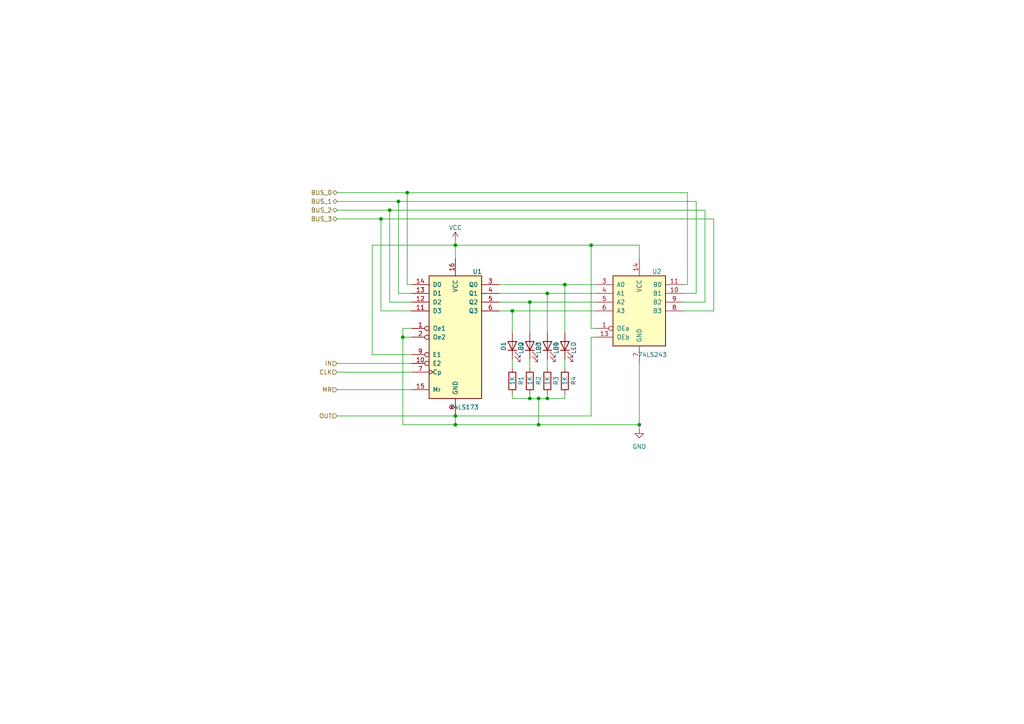
<source format=kicad_sch>
(kicad_sch (version 20230121) (generator eeschema)
  (paper "A4")
  (lib_symbols
    (symbol "74xx:74LS173" (pin_names (offset 1.016))
      (property "Reference" "U" (at -7.62 19.05 0))
      (property "Value" "74LS173" (at -7.62 -19.05 0))
      (symbol "74LS173_1_0"
        (pin input inverted (at -12.7 2.54 0) (length 5.08) (name "Oe1") (number "1"))
        (pin input inverted (at -12.7 -7.62 0) (length 5.08) (name "E2") (number "10"))
        (pin input line (at -12.7 7.62 0) (length 5.08) (name "D3") (number "11"))
        (pin input line (at -12.7 10.16 0) (length 5.08) (name "D2") (number "12"))
        (pin input line (at -12.7 12.7 0) (length 5.08) (name "D1") (number "13"))
        (pin input line (at -12.7 15.24 0) (length 5.08) (name "D0") (number "14"))
        (pin input line (at -12.7 -15.24 0) (length 5.08) (name "Mr") (number "15"))
        (pin power_in line (at 0 22.86 270) (length 5.08) (name "VCC") (number "16"))
        (pin input inverted (at -12.7 0 0) (length 5.08) (name "Oe2") (number "2"))
        (pin tri_state line (at 12.7 15.24 180) (length 5.08) (name "Q0") (number "3"))
        (pin tri_state line (at 12.7 12.7 180) (length 5.08) (name "Q1") (number "4"))
        (pin tri_state line (at 12.7 10.16 180) (length 5.08) (name "Q2") (number "5"))
        (pin tri_state line (at 12.7 7.62 180) (length 5.08) (name "Q3") (number "6"))
        (pin input clock (at -12.7 -10.16 0) (length 5.08) (name "Cp") (number "7"))
        (pin power_in line (at 0 -22.86 90) (length 5.08) (name "GND") (number "8"))
        (pin input inverted (at -12.7 -5.08 0) (length 5.08) (name "E1") (number "9"))
      )
      (symbol "74LS173_1_1"
        (rectangle (start -7.62 17.78) (end 7.62 -17.78) (stroke (width 0.254)) (fill (type background)))
      )
    )
    (symbol "74xx:74LS243" (pin_names (offset 1.016))
      (property "Reference" "U" (at -7.62 11.43 0))
      (property "Value" "74LS243" (at -7.62 -11.43 0))
      (symbol "74LS243_1_0"
        (pin input inverted (at -12.7 -5.08 0) (length 5.08) (name "OEa") (number "1"))
        (pin tri_state line (at 12.7 5.08 180) (length 5.08) (name "B1") (number "10"))
        (pin tri_state line (at 12.7 7.62 180) (length 5.08) (name "B0") (number "11"))
        (pin input line (at -12.7 -7.62 0) (length 5.08) (name "OEb") (number "13"))
        (pin power_in line (at 0 15.24 270) (length 5.08) (name "VCC") (number "14"))
        (pin input line (at -12.7 7.62 0) (length 5.08) (name "A0") (number "3"))
        (pin input line (at -12.7 5.08 0) (length 5.08) (name "A1") (number "4"))
        (pin input line (at -12.7 2.54 0) (length 5.08) (name "A2") (number "5"))
        (pin input line (at -12.7 0 0) (length 5.08) (name "A3") (number "6"))
        (pin power_in line (at 0 -15.24 90) (length 5.08) (name "GND") (number "7"))
        (pin tri_state line (at 12.7 0 180) (length 5.08) (name "B3") (number "8"))
        (pin tri_state line (at 12.7 2.54 180) (length 5.08) (name "B2") (number "9"))
      )
      (symbol "74LS243_1_1"
        (rectangle (start -7.62 10.16) (end 7.62 -10.16) (stroke (width 0.254)) (fill (type background)))
      )
    )
    (symbol "Device:LED" (pin_numbers hide) (pin_names (offset 1.016) hide)
      (property "Reference" "D" (at 0 2.54 0))
      (property "Value" "LED" (at 0 -2.54 0))
      (symbol "LED_0_1"
        (polyline (pts (xy -1.27 -1.27) (xy -1.27 1.27)) (stroke (width 0.254)))
        (polyline (pts (xy -1.27 0) (xy 1.27 0)))
        (polyline (pts (xy 1.27 -1.27) (xy 1.27 1.27) (xy -1.27 0) (xy 1.27 -1.27)) (stroke (width 0.254)))
        (polyline (pts (xy -3.048 -0.762) (xy -4.572 -2.286) (xy -3.81 -2.286) (xy -4.572 -2.286) (xy -4.572 -1.524)))
        (polyline (pts (xy -1.778 -0.762) (xy -3.302 -2.286) (xy -2.54 -2.286) (xy -3.302 -2.286) (xy -3.302 -1.524)))
      )
      (symbol "LED_1_1"
        (pin passive line (at -3.81 0 0) (length 2.54) (name "K") (number "1"))
        (pin passive line (at 3.81 0 180) (length 2.54) (name "A") (number "2"))
      )
    )
    (symbol "Device:R" (pin_numbers hide) (pin_names (offset 0))
      (property "Reference" "R" (at 2.032 0 90))
      (property "Value" "R" (at 0 0 90))
      (symbol "R_0_1"
        (rectangle (start -1.016 -2.54) (end 1.016 2.54) (stroke (width 0.254)))
      )
      (symbol "R_1_1"
        (pin passive line (at 0 3.81 270) (length 1.27) (name "~") (number "1"))
        (pin passive line (at 0 -3.81 90) (length 1.27) (name "~") (number "2"))
      )
    )
    (symbol "power:GND" (power) (pin_names (offset 0))
      (property "Value" "GND" (at 0 -3.81 0))
      (symbol "GND_0_1"
        (polyline (pts (xy 0 0) (xy 0 -1.27) (xy 1.27 -1.27) (xy 0 -2.54) (xy -1.27 -1.27) (xy 0 -1.27)))
      )
      (symbol "GND_1_1"
        (pin power_in line (at 0 0 270) (length 0) hide (name "GND") (number "1"))
      )
    )
    (symbol "power:VCC" (power) (pin_names (offset 0))
      (property "Value" "VCC" (at 0 3.81 0))
      (symbol "VCC_0_1"
        (polyline (pts (xy -0.762 1.27) (xy 0 2.54)))
        (polyline (pts (xy 0 0) (xy 0 2.54)))
        (polyline (pts (xy 0 2.54) (xy 0.762 1.27)))
      )
      (symbol "VCC_1_1"
        (pin power_in line (at 0 0 90) (length 0) hide (name "VCC") (number "1"))
      )
    )
  )
  (junction (at 113.03 60.96))
  (junction (at 110.49 63.5))
  (junction (at 158.75 115.57))
  (junction (at 158.75 85.09))
  (junction (at 115.57 58.42))
  (junction (at 132.08 71.12))
  (junction (at 156.21 115.57))
  (junction (at 116.84 97.79))
  (junction (at 148.59 90.17))
  (junction (at 118.11 55.88))
  (junction (at 185.42 123.19))
  (junction (at 153.67 115.57))
  (junction (at 153.67 87.63))
  (junction (at 132.08 120.65))
  (junction (at 156.21 123.19))
  (junction (at 163.83 82.55))
  (junction (at 171.45 71.12))
  (junction (at 132.08 123.19))
  (wire (pts (xy 132.08 120.65) (xy 171.45 120.65)))
  (wire (pts (xy 201.93 58.42) (xy 115.57 58.42)))
  (wire (pts (xy 97.79 55.88) (xy 118.11 55.88)))
  (wire (pts (xy 171.45 95.25) (xy 171.45 71.12)))
  (wire (pts (xy 110.49 63.5) (xy 110.49 90.17)))
  (wire (pts (xy 163.83 104.14) (xy 163.83 106.68)))
  (wire (pts (xy 198.12 85.09) (xy 201.93 85.09)))
  (wire (pts (xy 148.59 115.57) (xy 153.67 115.57)))
  (wire (pts (xy 153.67 96.52) (xy 153.67 87.63)))
  (wire (pts (xy 144.78 87.63) (xy 153.67 87.63)))
  (wire (pts (xy 116.84 95.25) (xy 116.84 97.79)))
  (wire (pts (xy 97.79 60.96) (xy 113.03 60.96)))
  (wire (pts (xy 144.78 82.55) (xy 163.83 82.55)))
  (wire (pts (xy 110.49 63.5) (xy 97.79 63.5)))
  (wire (pts (xy 119.38 87.63) (xy 113.03 87.63)))
  (wire (pts (xy 97.79 120.65) (xy 132.08 120.65)))
  (wire (pts (xy 144.78 85.09) (xy 158.75 85.09)))
  (wire (pts (xy 97.79 113.03) (xy 119.38 113.03)))
  (wire (pts (xy 132.08 74.93) (xy 132.08 71.12)))
  (wire (pts (xy 204.47 87.63) (xy 198.12 87.63)))
  (wire (pts (xy 207.01 90.17) (xy 207.01 63.5)))
  (wire (pts (xy 163.83 115.57) (xy 158.75 115.57)))
  (wire (pts (xy 185.42 123.19) (xy 185.42 124.46)))
  (wire (pts (xy 119.38 90.17) (xy 110.49 90.17)))
  (wire (pts (xy 115.57 58.42) (xy 115.57 85.09)))
  (wire (pts (xy 171.45 71.12) (xy 185.42 71.12)))
  (wire (pts (xy 115.57 58.42) (xy 97.79 58.42)))
  (wire (pts (xy 158.75 115.57) (xy 156.21 115.57)))
  (wire (pts (xy 116.84 97.79) (xy 119.38 97.79)))
  (wire (pts (xy 148.59 96.52) (xy 148.59 90.17)))
  (wire (pts (xy 113.03 60.96) (xy 113.03 87.63)))
  (wire (pts (xy 118.11 55.88) (xy 118.11 82.55)))
  (wire (pts (xy 132.08 69.85) (xy 132.08 71.12)))
  (wire (pts (xy 148.59 90.17) (xy 172.72 90.17)))
  (wire (pts (xy 107.95 71.12) (xy 132.08 71.12)))
  (wire (pts (xy 171.45 120.65) (xy 171.45 97.79)))
  (wire (pts (xy 107.95 102.87) (xy 107.95 71.12)))
  (wire (pts (xy 132.08 123.19) (xy 156.21 123.19)))
  (wire (pts (xy 198.12 90.17) (xy 207.01 90.17)))
  (wire (pts (xy 199.39 55.88) (xy 199.39 82.55)))
  (wire (pts (xy 116.84 123.19) (xy 132.08 123.19)))
  (wire (pts (xy 163.83 82.55) (xy 163.83 96.52)))
  (wire (pts (xy 156.21 115.57) (xy 153.67 115.57)))
  (wire (pts (xy 113.03 60.96) (xy 204.47 60.96)))
  (wire (pts (xy 158.75 96.52) (xy 158.75 85.09)))
  (wire (pts (xy 119.38 85.09) (xy 115.57 85.09)))
  (wire (pts (xy 153.67 104.14) (xy 153.67 106.68)))
  (wire (pts (xy 144.78 90.17) (xy 148.59 90.17)))
  (wire (pts (xy 204.47 60.96) (xy 204.47 87.63)))
  (wire (pts (xy 132.08 71.12) (xy 171.45 71.12)))
  (wire (pts (xy 132.08 120.65) (xy 132.08 123.19)))
  (wire (pts (xy 199.39 82.55) (xy 198.12 82.55)))
  (wire (pts (xy 118.11 55.88) (xy 199.39 55.88)))
  (wire (pts (xy 158.75 85.09) (xy 172.72 85.09)))
  (wire (pts (xy 119.38 82.55) (xy 118.11 82.55)))
  (wire (pts (xy 156.21 123.19) (xy 185.42 123.19)))
  (wire (pts (xy 116.84 95.25) (xy 119.38 95.25)))
  (wire (pts (xy 148.59 104.14) (xy 148.59 106.68)))
  (wire (pts (xy 158.75 104.14) (xy 158.75 106.68)))
  (wire (pts (xy 156.21 115.57) (xy 156.21 123.19)))
  (wire (pts (xy 148.59 114.3) (xy 148.59 115.57)))
  (wire (pts (xy 163.83 82.55) (xy 172.72 82.55)))
  (wire (pts (xy 116.84 97.79) (xy 116.84 123.19)))
  (wire (pts (xy 153.67 115.57) (xy 153.67 114.3)))
  (wire (pts (xy 97.79 105.41) (xy 119.38 105.41)))
  (wire (pts (xy 158.75 114.3) (xy 158.75 115.57)))
  (wire (pts (xy 185.42 71.12) (xy 185.42 74.93)))
  (wire (pts (xy 207.01 63.5) (xy 110.49 63.5)))
  (wire (pts (xy 163.83 114.3) (xy 163.83 115.57)))
  (wire (pts (xy 153.67 87.63) (xy 172.72 87.63)))
  (wire (pts (xy 201.93 85.09) (xy 201.93 58.42)))
  (wire (pts (xy 97.79 107.95) (xy 119.38 107.95)))
  (wire (pts (xy 172.72 95.25) (xy 171.45 95.25)))
  (wire (pts (xy 185.42 123.19) (xy 185.42 105.41)))
  (wire (pts (xy 119.38 102.87) (xy 107.95 102.87)))
  (wire (pts (xy 171.45 97.79) (xy 172.72 97.79)))
  (hierarchical_label "BUS_3" (shape bidirectional) (at 97.79 63.5 180))
  (hierarchical_label "BUS_0" (shape bidirectional) (at 97.79 55.88 180))
  (hierarchical_label "IN" (shape input) (at 97.79 105.41 180))
  (hierarchical_label "OUT" (shape input) (at 97.79 120.65 180))
  (hierarchical_label "CLK" (shape input) (at 97.79 107.95 180))
  (hierarchical_label "BUS_1" (shape bidirectional) (at 97.79 58.42 180))
  (hierarchical_label "BUS_2" (shape bidirectional) (at 97.79 60.96 180))
  (hierarchical_label "MR" (shape input) (at 97.79 113.03 180))
  (symbol (lib_id "Device:R") (at 148.59 110.49 0) (unit 1)
    (property "Reference" "R1" (at 151.13 111.76 90) (effects (justify left)))
    (property "Value" "1K" (at 148.59 111.76 90) (effects (justify left)))
  )
  (symbol (lib_id "74xx:74LS243") (at 185.42 90.17 0) (unit 1)
    (property "Reference" "U2" (at 190.5 78.74 0))
    (property "Value" "74LS243" (at 189.23 102.87 0))
    (property "Datasheet" "http://www.ti.com/lit/gpn/sn74LS243" (effects hide))
  )
  (symbol (lib_id "power:GND") (at 185.42 124.46 0) (unit 1)
    (property "Reference" "#PWR01" (effects hide))
    (property "Value" "GND" (at 185.42 129.54 0))
  )
  (symbol (lib_id "74xx:74LS173") (at 132.08 97.79 0) (unit 1)
    (property "Reference" "U1" (at 138.43 78.74 0))
    (property "Value" "74LS173" (at 134.62 118.11 0))
    (property "Datasheet" "http://www.ti.com/lit/gpn/sn74LS173" (effects hide))
  )
  (symbol (lib_id "power:VCC") (at 132.08 69.85 0) (unit 1)
    (property "Reference" "#PWR02" (effects hide))
    (property "Value" "VCC" (at 132.08 66.04 0))
  )
  (symbol (lib_id "Device:R") (at 158.75 110.49 0) (unit 1)
    (property "Reference" "R3" (at 161.29 111.76 90) (effects (justify left)))
    (property "Value" "1K" (at 158.75 111.76 90) (effects (justify left)))
  )
  (symbol (lib_id "Device:LED") (at 153.67 100.33 90) (unit 1)
    (property "Reference" "D2" (at 151.13 99.06 0) (effects (justify right)))
    (property "Value" "LED" (at 156.21 99.06 0) (effects (justify right)))
  )
  (symbol (lib_id "Device:R") (at 153.67 110.49 0) (unit 1)
    (property "Reference" "R2" (at 156.21 111.76 90) (effects (justify left)))
    (property "Value" "1K" (at 153.67 111.76 90) (effects (justify left)))
  )
  (symbol (lib_id "Device:R") (at 163.83 110.49 0) (unit 1)
    (property "Reference" "R4" (at 166.37 111.76 90) (effects (justify left)))
    (property "Value" "1K" (at 163.83 111.76 90) (effects (justify left)))
  )
  (symbol (lib_id "Device:LED") (at 163.83 100.33 90) (unit 1)
    (property "Reference" "D4" (at 161.29 99.06 0) (effects (justify right)))
    (property "Value" "LED" (at 166.37 99.06 0) (effects (justify right)))
  )
  (symbol (lib_id "Device:LED") (at 158.75 100.33 90) (unit 1)
    (property "Reference" "D3" (at 156.21 99.06 0) (effects (justify right)))
    (property "Value" "LED" (at 161.29 99.06 0) (effects (justify right)))
  )
  (symbol (lib_id "Device:LED") (at 148.59 100.33 90) (unit 1)
    (property "Reference" "D1" (at 146.05 99.06 0) (effects (justify right)))
    (property "Value" "LED" (at 151.13 99.06 0) (effects (justify right)))
  )
)
</source>
